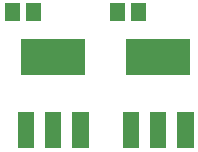
<source format=gbr>
G04 start of page 8 for group 0 layer_idx 0 *
G04 Title: (unknown), top paste *
G04 Creator: pcb-rnd 1.2.1 *
G04 CreationDate: Wed Mar 15 21:37:42 2017 UTC *
G04 For:  *
G04 Format: Gerber/RS-274X *
G04 PCB-Dimensions: 390000 390000 *
G04 PCB-Coordinate-Origin: lower left *
%MOIN*%
%FSLAX25Y25*%
%LNTOPPASTE*%
%ADD84R,0.1220X0.1220*%
%ADD83R,0.0560X0.0560*%
%ADD82R,0.0512X0.0512*%
G54D82*X186457Y100393D02*Y99607D01*
X193543Y100393D02*Y99607D01*
X151457Y100393D02*Y99607D01*
X158543Y100393D02*Y99607D01*
G54D83*X156000Y63900D02*Y57300D01*
X165000Y63900D02*Y57300D01*
X174100Y63900D02*Y57300D01*
G54D84*X160500Y85000D02*X169500D01*
G54D83*X191000Y63900D02*Y57300D01*
X200000Y63900D02*Y57300D01*
X209100Y63900D02*Y57300D01*
G54D84*X195500Y85000D02*X204500D01*
M02*

</source>
